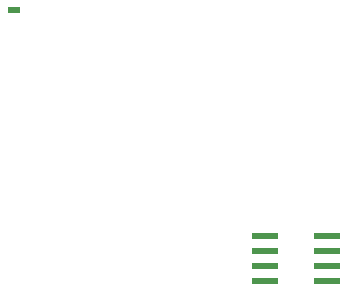
<source format=gbr>
G04 #@! TF.GenerationSoftware,KiCad,Pcbnew,5.1.5+dfsg1-2build2*
G04 #@! TF.CreationDate,2021-08-05T17:40:44+02:00*
G04 #@! TF.ProjectId,Airrohr_pcb,41697272-6f68-4725-9f70-63622e6b6963,rev?*
G04 #@! TF.SameCoordinates,Original*
G04 #@! TF.FileFunction,Paste,Top*
G04 #@! TF.FilePolarity,Positive*
%FSLAX46Y46*%
G04 Gerber Fmt 4.6, Leading zero omitted, Abs format (unit mm)*
G04 Created by KiCad (PCBNEW 5.1.5+dfsg1-2build2) date 2021-08-05 17:40:44*
%MOMM*%
%LPD*%
G04 APERTURE LIST*
%ADD10R,1.000000X0.500000*%
%ADD11R,2.200000X0.600000*%
G04 APERTURE END LIST*
D10*
X157834800Y-23088600D03*
D11*
X179091280Y-42293540D03*
X179091280Y-43563540D03*
X179091280Y-46103540D03*
X184291280Y-42293540D03*
X184291280Y-43563540D03*
X184291280Y-46103540D03*
X179091280Y-44833540D03*
X184291280Y-44833540D03*
M02*

</source>
